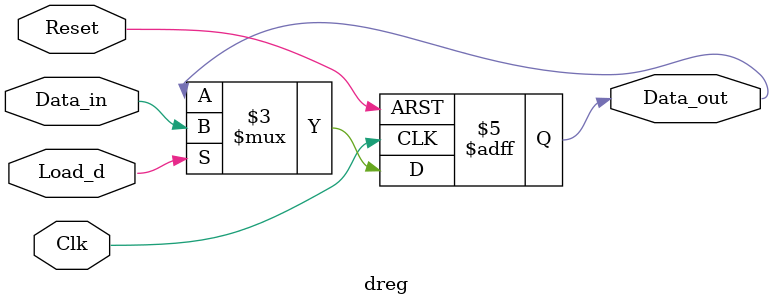
<source format=sv>
module reg_8
(
    input   logic   Clk, Reset, Left_shift_In, Load_d, Shift_function,
    input   logic[7:0] Data_in,

    output   logic  Left_shift_Out,
    output  logic[7:0] Data_out
);
    always_ff @(posedge Clk or posedge Reset) 
    begin
        if (Reset)
            Data_out <= 8'b0;
        else if (Load_d)
            Data_out <= Data_in;
        else if (Shift_function)
            Data_out <= {Left_shift_In, Data_out[7:1]};
        
    end
    assign Left_shift_Out = Data_out[0];

endmodule


module dreg(
    input logic Clk, Reset, Load_d, Data_in,
    output logic Data_out
);
    always_ff @(posedge Clk or posedge Reset) 
    begin
        if (Reset)
            Data_out <= 1'b0;
        else if (Load_d)
            Data_out <= Data_in;
        else
            Data_out <= Data_out;
    end
endmodule


</source>
